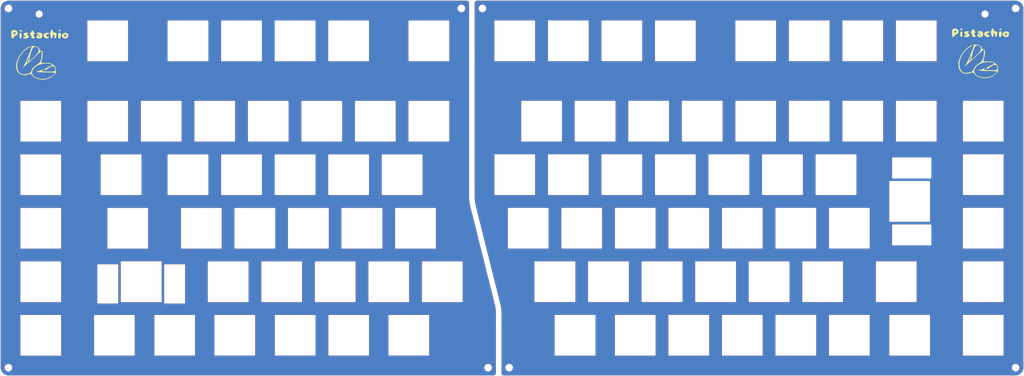
<source format=kicad_pcb>
(kicad_pcb (version 20171130) (host pcbnew "(5.1.9)-1")
  (layers (0 F.Cu signal hide) (31 B.Cu signal hide) (34 B.Paste user) (35 F.Paste user) (36 B.SilkS user) (37 F.SilkS user) (38 B.Mask user) (39 F.Mask user) (44 Edge.Cuts user))
  (net 0 "")
  (module Pistachio:Pistachio_logo (layer F.Cu) (at 368.808 40.64)
    (fp_text reference G*** hide)
    (fp_text value LOGO hide)
  )
  (module Pistachio:Pistachio_logo (layer F.Cu) (at 33.528 41.148)
    (fp_text reference G*** hide)
    (fp_text value LOGO hide)
  )
  (module Pistachio:Pistachio (layer F.Cu) (at 368.3 29.972)
    (fp_text reference G*** hide)
    (fp_text value LOGO hide)
  )
  (module Pistachio:Pistachio (layer F.Cu) (at 33.528 30.48)
    (fp_text reference G*** hide)
    (fp_text value LOGO hide)
  )
  (gr_line (start 53.460919 144.603329) (end 53.460919 130.603859) (layer Edge.Cuts) (width 0.01))
  (gr_line (start 350.448822 97.003429) (end 336.399293 97.003429) (layer Edge.Cuts) (width 0.01))
  (gr_line (start 336.399293 82.954452) (end 350.448822 82.954452) (layer Edge.Cuts) (width 0.01))
  (gr_line (start 345.687022 125.578429) (end 331.637493 125.578429) (layer Edge.Cuts) (width 0.01))
  (gr_line (start 150.805919 130.603859) (end 150.805919 144.603329) (layer Edge.Cuts) (width 0.01))
  (gr_line (start 376.643022 92.479452) (end 376.643022 106.528429) (layer Edge.Cuts) (width 0.01))
  (gr_line (start 136.805919 130.603859) (end 150.805919 130.603859) (layer Edge.Cuts) (width 0.01))
  (gr_line (start 158.235919 144.603329) (end 158.235919 130.603859) (layer Edge.Cuts) (width 0.01))
  (gr_line (start 350.448822 82.954452) (end 350.448822 97.003429) (layer Edge.Cuts) (width 0.01))
  (gr_line (start 350.448022 144.628329) (end 336.398493 144.628329) (layer Edge.Cuts) (width 0.01))
  (gr_line (start 231.386922 144.628329) (end 217.337393 144.628329) (layer Edge.Cuts) (width 0.01))
  (gr_line (start 336.398493 130.579352) (end 350.448022 130.579352) (layer Edge.Cuts) (width 0.01))
  (gr_line (start 136.805919 144.603329) (end 136.805919 130.603859) (layer Edge.Cuts) (width 0.01))
  (gr_line (start 271.868272 130.579352) (end 271.868272 144.628329) (layer Edge.Cuts) (width 0.01))
  (gr_line (start 53.460919 130.603859) (end 67.461719 130.603859) (layer Edge.Cuts) (width 0.01))
  (gr_line (start 158.235919 130.603859) (end 172.236919 130.603859) (layer Edge.Cuts) (width 0.01))
  (gr_line (start 336.399293 97.003429) (end 336.399293 82.954452) (layer Edge.Cuts) (width 0.01))
  (gr_line (start 74.893619 130.603859) (end 88.892919 130.603859) (layer Edge.Cuts) (width 0.01))
  (gr_line (start 150.805919 144.603329) (end 136.805919 144.603329) (layer Edge.Cuts) (width 0.01))
  (gr_line (start 376.643022 130.579352) (end 376.643022 144.628329) (layer Edge.Cuts) (width 0.01))
  (gr_line (start 376.643022 106.528429) (end 362.593493 106.528429) (layer Edge.Cuts) (width 0.01))
  (gr_line (start 350.923983 98.37904) (end 337.423983 98.37904) (layer Edge.Cuts) (width 0.01))
  (gr_line (start 290.918272 144.628329) (end 276.868743 144.628329) (layer Edge.Cuts) (width 0.01))
  (gr_line (start 362.593493 92.479452) (end 376.643022 92.479452) (layer Edge.Cuts) (width 0.01))
  (gr_line (start 172.236919 144.603329) (end 158.235919 144.603329) (layer Edge.Cuts) (width 0.01))
  (gr_line (start 376.643022 144.628329) (end 362.593493 144.628329) (layer Edge.Cuts) (width 0.01))
  (gr_line (start 257.818743 130.579352) (end 271.868272 130.579352) (layer Edge.Cuts) (width 0.01))
  (gr_line (start 252.818222 144.628329) (end 238.768693 144.628329) (layer Edge.Cuts) (width 0.01))
  (gr_circle (center 370.233483 23.30434) (end 371.233483 23.30434) (layer Edge.Cuts) (width 0.01))
  (gr_line (start 74.893619 144.603329) (end 74.893619 130.603859) (layer Edge.Cuts) (width 0.01))
  (gr_line (start 376.643022 125.578429) (end 362.593493 125.578429) (layer Edge.Cuts) (width 0.01))
  (gr_line (start 331.637493 125.578429) (end 331.637493 111.529452) (layer Edge.Cuts) (width 0.01))
  (gr_line (start 96.324919 130.603859) (end 110.324219 130.603859) (layer Edge.Cuts) (width 0.01))
  (gr_line (start 88.892919 144.603329) (end 74.893619 144.603329) (layer Edge.Cuts) (width 0.01))
  (gr_line (start 96.324919 144.603329) (end 96.324919 130.603859) (layer Edge.Cuts) (width 0.01))
  (gr_line (start 110.324219 144.603329) (end 96.324919 144.603329) (layer Edge.Cuts) (width 0.01))
  (gr_line (start 345.687022 111.529452) (end 345.687022 125.578429) (layer Edge.Cuts) (width 0.01))
  (gr_line (start 276.868743 130.579352) (end 290.918272 130.579352) (layer Edge.Cuts) (width 0.01))
  (gr_line (start 238.768693 144.628329) (end 238.768693 130.579352) (layer Edge.Cuts) (width 0.01))
  (gr_line (start 376.643022 111.529452) (end 376.643022 125.578429) (layer Edge.Cuts) (width 0.01))
  (gr_line (start 131.755919 144.603329) (end 117.756119 144.603329) (layer Edge.Cuts) (width 0.01))
  (gr_line (start 217.337393 144.628329) (end 217.337393 130.579352) (layer Edge.Cuts) (width 0.01))
  (gr_line (start 172.236919 130.603859) (end 172.236919 144.603329) (layer Edge.Cuts) (width 0.01))
  (gr_line (start 362.593493 144.628329) (end 362.593493 130.579352) (layer Edge.Cuts) (width 0.01))
  (gr_line (start 290.918272 130.579352) (end 290.918272 144.628329) (layer Edge.Cuts) (width 0.01))
  (gr_line (start 362.593493 130.579352) (end 376.643022 130.579352) (layer Edge.Cuts) (width 0.01))
  (gr_line (start 331.637493 111.529452) (end 345.687022 111.529452) (layer Edge.Cuts) (width 0.01))
  (gr_line (start 271.868272 144.628329) (end 257.818743 144.628329) (layer Edge.Cuts) (width 0.01))
  (gr_line (start 350.448022 130.579352) (end 350.448022 144.628329) (layer Edge.Cuts) (width 0.01))
  (gr_line (start 67.461719 144.603329) (end 53.460919 144.603329) (layer Edge.Cuts) (width 0.01))
  (gr_line (start 67.461719 130.603859) (end 67.461719 144.603329) (layer Edge.Cuts) (width 0.01))
  (gr_line (start 217.337393 130.579352) (end 231.386922 130.579352) (layer Edge.Cuts) (width 0.01))
  (gr_line (start 88.892919 130.603859) (end 88.892919 144.603329) (layer Edge.Cuts) (width 0.01))
  (gr_line (start 110.324219 130.603859) (end 110.324219 144.603329) (layer Edge.Cuts) (width 0.01))
  (gr_line (start 117.756119 144.603329) (end 117.756119 130.603859) (layer Edge.Cuts) (width 0.01))
  (gr_line (start 131.755919 130.603859) (end 131.755919 144.603329) (layer Edge.Cuts) (width 0.01))
  (gr_line (start 117.756119 130.603859) (end 131.755919 130.603859) (layer Edge.Cuts) (width 0.01))
  (gr_line (start 350.923983 81.57904) (end 337.423983 81.57904) (layer Edge.Cuts) (width 0.01))
  (gr_line (start 231.386922 130.579352) (end 231.386922 144.628329) (layer Edge.Cuts) (width 0.01))
  (gr_line (start 362.593493 125.578429) (end 362.593493 111.529452) (layer Edge.Cuts) (width 0.01))
  (gr_line (start 362.593493 111.529452) (end 376.643022 111.529452) (layer Edge.Cuts) (width 0.01))
  (gr_line (start 276.868743 144.628329) (end 276.868743 130.579352) (layer Edge.Cuts) (width 0.01))
  (gr_line (start 257.818743 144.628329) (end 257.818743 130.579352) (layer Edge.Cuts) (width 0.01))
  (gr_line (start 336.398493 144.628329) (end 336.398493 130.579352) (layer Edge.Cuts) (width 0.01))
  (gr_line (start 362.593493 106.528429) (end 362.593493 92.479452) (layer Edge.Cuts) (width 0.01))
  (gr_line (start 243.293272 111.529452) (end 243.293272 125.578429) (layer Edge.Cuts) (width 0.01))
  (gr_line (start 305.442343 125.578429) (end 305.442343 111.529452) (layer Edge.Cuts) (width 0.01))
  (gr_line (start 252.818232 106.528429) (end 238.768703 106.528429) (layer Edge.Cuts) (width 0.01))
  (gr_line (start 309.968272 144.628329) (end 295.918743 144.628329) (layer Edge.Cuts) (width 0.01))
  (gr_line (start 224.243222 111.529452) (end 224.243222 125.578429) (layer Edge.Cuts) (width 0.01))
  (gr_line (start 252.818232 92.479452) (end 252.818232 106.528429) (layer Edge.Cuts) (width 0.01))
  (gr_line (start 229.243743 125.578429) (end 229.243743 111.529452) (layer Edge.Cuts) (width 0.01))
  (gr_line (start 309.968272 130.579352) (end 309.968272 144.628329) (layer Edge.Cuts) (width 0.01))
  (gr_line (start 243.293272 125.578429) (end 229.243743 125.578429) (layer Edge.Cuts) (width 0.01))
  (gr_line (start 210.193693 125.578429) (end 210.193693 111.529452) (layer Edge.Cuts) (width 0.01))
  (gr_line (start 267.343743 125.578429) (end 267.343743 111.529452) (layer Edge.Cuts) (width 0.01))
  (gr_line (start 271.868232 92.479452) (end 271.868232 106.528429) (layer Edge.Cuts) (width 0.01))
  (gr_line (start 300.443272 125.578429) (end 286.393743 125.578429) (layer Edge.Cuts) (width 0.01))
  (gr_line (start 257.818703 106.528429) (end 257.818703 92.479452) (layer Edge.Cuts) (width 0.01))
  (gr_line (start 248.055722 87.478429) (end 234.006193 87.478429) (layer Edge.Cuts) (width 0.01))
  (gr_line (start 300.443272 111.529452) (end 300.443272 125.578429) (layer Edge.Cuts) (width 0.01))
  (gr_line (start 238.768693 130.579352) (end 252.818222 130.579352) (layer Edge.Cuts) (width 0.01))
  (gr_line (start 224.243222 125.578429) (end 210.193693 125.578429) (layer Edge.Cuts) (width 0.01))
  (gr_line (start 271.868232 106.528429) (end 257.818703 106.528429) (layer Edge.Cuts) (width 0.01))
  (gr_line (start 214.718182 106.528429) (end 200.668653 106.528429) (layer Edge.Cuts) (width 0.01))
  (gr_line (start 314.968743 144.628329) (end 314.968743 130.579352) (layer Edge.Cuts) (width 0.01))
  (gr_line (start 314.968743 130.579352) (end 329.018272 130.579352) (layer Edge.Cuts) (width 0.01))
  (gr_line (start 262.343272 111.529452) (end 262.343272 125.578429) (layer Edge.Cuts) (width 0.01))
  (gr_line (start 281.393272 125.578429) (end 267.343743 125.578429) (layer Edge.Cuts) (width 0.01))
  (gr_line (start 248.293743 111.529452) (end 262.343272 111.529452) (layer Edge.Cuts) (width 0.01))
  (gr_line (start 200.668653 106.528429) (end 200.668653 92.479452) (layer Edge.Cuts) (width 0.01))
  (gr_line (start 238.768703 92.479452) (end 252.818232 92.479452) (layer Edge.Cuts) (width 0.01))
  (gr_line (start 210.193693 111.529452) (end 224.243222 111.529452) (layer Edge.Cuts) (width 0.01))
  (gr_line (start 295.917303 92.479452) (end 309.966832 92.479452) (layer Edge.Cuts) (width 0.01))
  (gr_line (start 281.393272 111.529452) (end 281.393272 125.578429) (layer Edge.Cuts) (width 0.01))
  (gr_line (start 319.491872 111.529452) (end 319.491872 125.578429) (layer Edge.Cuts) (width 0.01))
  (gr_line (start 200.668653 92.479452) (end 214.718182 92.479452) (layer Edge.Cuts) (width 0.01))
  (gr_line (start 290.918232 106.528429) (end 276.868703 106.528429) (layer Edge.Cuts) (width 0.01))
  (gr_line (start 257.818703 92.479452) (end 271.868232 92.479452) (layer Edge.Cuts) (width 0.01))
  (gr_line (start 329.016532 106.528429) (end 314.967003 106.528429) (layer Edge.Cuts) (width 0.01))
  (gr_line (start 219.718703 92.479452) (end 233.768232 92.479452) (layer Edge.Cuts) (width 0.01))
  (gr_line (start 314.967003 92.479452) (end 329.016532 92.479452) (layer Edge.Cuts) (width 0.01))
  (gr_line (start 234.006193 87.478429) (end 234.006193 73.429452) (layer Edge.Cuts) (width 0.01))
  (gr_line (start 276.868703 92.479452) (end 290.918232 92.479452) (layer Edge.Cuts) (width 0.01))
  (gr_line (start 295.918743 144.628329) (end 295.918743 130.579352) (layer Edge.Cuts) (width 0.01))
  (gr_line (start 248.293743 125.578429) (end 248.293743 111.529452) (layer Edge.Cuts) (width 0.01))
  (gr_line (start 219.718703 106.528429) (end 219.718703 92.479452) (layer Edge.Cuts) (width 0.01))
  (gr_line (start 262.343272 125.578429) (end 248.293743 125.578429) (layer Edge.Cuts) (width 0.01))
  (gr_line (start 229.243743 111.529452) (end 243.293272 111.529452) (layer Edge.Cuts) (width 0.01))
  (gr_line (start 319.491872 125.578429) (end 305.442343 125.578429) (layer Edge.Cuts) (width 0.01))
  (gr_line (start 233.768232 92.479452) (end 233.768232 106.528429) (layer Edge.Cuts) (width 0.01))
  (gr_line (start 286.393743 111.529452) (end 300.443272 111.529452) (layer Edge.Cuts) (width 0.01))
  (gr_line (start 267.343743 111.529452) (end 281.393272 111.529452) (layer Edge.Cuts) (width 0.01))
  (gr_line (start 238.768703 106.528429) (end 238.768703 92.479452) (layer Edge.Cuts) (width 0.01))
  (gr_line (start 314.967003 106.528429) (end 314.967003 92.479452) (layer Edge.Cuts) (width 0.01))
  (gr_line (start 233.768232 106.528429) (end 219.718703 106.528429) (layer Edge.Cuts) (width 0.01))
  (gr_line (start 309.966832 106.528429) (end 295.917303 106.528429) (layer Edge.Cuts) (width 0.01))
  (gr_line (start 214.718182 92.479452) (end 214.718182 106.528429) (layer Edge.Cuts) (width 0.01))
  (gr_line (start 290.918232 92.479452) (end 290.918232 106.528429) (layer Edge.Cuts) (width 0.01))
  (gr_line (start 329.016532 92.479452) (end 329.016532 106.528429) (layer Edge.Cuts) (width 0.01))
  (gr_line (start 309.966832 92.479452) (end 309.966832 106.528429) (layer Edge.Cuts) (width 0.01))
  (gr_line (start 276.868703 106.528429) (end 276.868703 92.479452) (layer Edge.Cuts) (width 0.01))
  (gr_line (start 286.393743 125.578429) (end 286.393743 111.529452) (layer Edge.Cuts) (width 0.01))
  (gr_line (start 305.442343 111.529452) (end 319.491872 111.529452) (layer Edge.Cuts) (width 0.01))
  (gr_line (start 252.818222 130.579352) (end 252.818222 144.628329) (layer Edge.Cuts) (width 0.01))
  (gr_line (start 329.018272 144.628329) (end 314.968743 144.628329) (layer Edge.Cuts) (width 0.01))
  (gr_line (start 329.018272 130.579352) (end 329.018272 144.628329) (layer Edge.Cuts) (width 0.01))
  (gr_line (start 295.918743 130.579352) (end 309.968272 130.579352) (layer Edge.Cuts) (width 0.01))
  (gr_line (start 295.917303 106.528429) (end 295.917303 92.479452) (layer Edge.Cuts) (width 0.01))
  (gr_line (start 272.106193 87.478429) (end 272.106193 73.429452) (layer Edge.Cuts) (width 0.01))
  (gr_line (start 267.105722 73.429452) (end 267.105722 87.478429) (layer Edge.Cuts) (width 0.01))
  (gr_line (start 295.680722 68.428429) (end 281.631193 68.428429) (layer Edge.Cuts) (width 0.01))
  (gr_line (start 229.005722 87.478429) (end 214.956193 87.478429) (layer Edge.Cuts) (width 0.01))
  (gr_line (start 305.204322 73.429452) (end 305.204322 87.478429) (layer Edge.Cuts) (width 0.01))
  (gr_line (start 253.056193 87.478429) (end 253.056193 73.429452) (layer Edge.Cuts) (width 0.01))
  (gr_line (start 262.581193 54.379452) (end 276.630722 54.379452) (layer Edge.Cuts) (width 0.01))
  (gr_line (start 229.005722 73.429452) (end 229.005722 87.478429) (layer Edge.Cuts) (width 0.01))
  (gr_line (start 219.480722 68.428429) (end 205.431193 68.428429) (layer Edge.Cuts) (width 0.01))
  (gr_line (start 310.204493 87.478429) (end 310.204493 73.429452) (layer Edge.Cuts) (width 0.01))
  (gr_line (start 352.831022 68.428429) (end 338.781493 68.428429) (layer Edge.Cuts) (width 0.01))
  (gr_line (start 291.154793 73.429452) (end 305.204322 73.429452) (layer Edge.Cuts) (width 0.01))
  (gr_line (start 286.155722 73.429452) (end 286.155722 87.478429) (layer Edge.Cuts) (width 0.01))
  (gr_line (start 272.106193 73.429452) (end 286.155722 73.429452) (layer Edge.Cuts) (width 0.01))
  (gr_line (start 262.581193 68.428429) (end 262.581193 54.379452) (layer Edge.Cuts) (width 0.01))
  (gr_line (start 376.643022 68.428429) (end 362.593493 68.428429) (layer Edge.Cuts) (width 0.01))
  (gr_line (start 243.531193 54.379452) (end 257.580722 54.379452) (layer Edge.Cuts) (width 0.01))
  (gr_line (start 376.643022 87.478429) (end 362.593493 87.478429) (layer Edge.Cuts) (width 0.01))
  (gr_line (start 281.631193 68.428429) (end 281.631193 54.379452) (layer Edge.Cuts) (width 0.01))
  (gr_line (start 257.580722 54.379452) (end 257.580722 68.428429) (layer Edge.Cuts) (width 0.01))
  (gr_line (start 195.906143 87.478429) (end 195.906143 73.429452) (layer Edge.Cuts) (width 0.01))
  (gr_line (start 300.681493 54.379452) (end 314.731022 54.379452) (layer Edge.Cuts) (width 0.01))
  (gr_line (start 362.593493 87.478429) (end 362.593493 73.429452) (layer Edge.Cuts) (width 0.01))
  (gr_line (start 209.955672 87.478429) (end 195.906143 87.478429) (layer Edge.Cuts) (width 0.01))
  (gr_line (start 219.480722 54.379452) (end 219.480722 68.428429) (layer Edge.Cuts) (width 0.01))
  (gr_line (start 291.154793 87.478429) (end 291.154793 73.429452) (layer Edge.Cuts) (width 0.01))
  (gr_line (start 305.204322 87.478429) (end 291.154793 87.478429) (layer Edge.Cuts) (width 0.01))
  (gr_line (start 267.105722 87.478429) (end 253.056193 87.478429) (layer Edge.Cuts) (width 0.01))
  (gr_line (start 300.681493 68.428429) (end 300.681493 54.379452) (layer Edge.Cuts) (width 0.01))
  (gr_line (start 314.731022 68.428429) (end 300.681493 68.428429) (layer Edge.Cuts) (width 0.01))
  (gr_line (start 333.781022 54.379452) (end 333.781022 68.428429) (layer Edge.Cuts) (width 0.01))
  (gr_line (start 333.781022 68.428429) (end 319.731493 68.428429) (layer Edge.Cuts) (width 0.01))
  (gr_line (start 338.781493 68.428429) (end 338.781493 54.379452) (layer Edge.Cuts) (width 0.01))
  (gr_line (start 295.680722 54.379452) (end 295.680722 68.428429) (layer Edge.Cuts) (width 0.01))
  (gr_line (start 338.781493 54.379452) (end 352.831022 54.379452) (layer Edge.Cuts) (width 0.01))
  (gr_line (start 243.531193 68.428429) (end 243.531193 54.379452) (layer Edge.Cuts) (width 0.01))
  (gr_line (start 319.731493 68.428429) (end 319.731493 54.379452) (layer Edge.Cuts) (width 0.01))
  (gr_line (start 319.731493 54.379452) (end 333.781022 54.379452) (layer Edge.Cuts) (width 0.01))
  (gr_line (start 276.630722 68.428429) (end 262.581193 68.428429) (layer Edge.Cuts) (width 0.01))
  (gr_line (start 234.006193 73.429452) (end 248.055722 73.429452) (layer Edge.Cuts) (width 0.01))
  (gr_line (start 214.956193 73.429452) (end 229.005722 73.429452) (layer Edge.Cuts) (width 0.01))
  (gr_line (start 352.831022 54.379452) (end 352.831022 68.428429) (layer Edge.Cuts) (width 0.01))
  (gr_line (start 362.593493 68.428429) (end 362.593493 54.379452) (layer Edge.Cuts) (width 0.01))
  (gr_line (start 209.955672 73.429452) (end 209.955672 87.478429) (layer Edge.Cuts) (width 0.01))
  (gr_line (start 205.431193 68.428429) (end 205.431193 54.379452) (layer Edge.Cuts) (width 0.01))
  (gr_line (start 314.731022 54.379452) (end 314.731022 68.428429) (layer Edge.Cuts) (width 0.01))
  (gr_line (start 205.431193 54.379452) (end 219.480722 54.379452) (layer Edge.Cuts) (width 0.01))
  (gr_line (start 224.481193 68.428429) (end 224.481193 54.379452) (layer Edge.Cuts) (width 0.01))
  (gr_line (start 238.530722 68.428429) (end 224.481193 68.428429) (layer Edge.Cuts) (width 0.01))
  (gr_line (start 324.254022 73.429452) (end 324.254022 87.478429) (layer Edge.Cuts) (width 0.01))
  (gr_line (start 362.593493 73.429452) (end 376.643022 73.429452) (layer Edge.Cuts) (width 0.01))
  (gr_line (start 310.204493 73.429452) (end 324.254022 73.429452) (layer Edge.Cuts) (width 0.01))
  (gr_line (start 281.631193 54.379452) (end 295.680722 54.379452) (layer Edge.Cuts) (width 0.01))
  (gr_line (start 376.643022 73.429452) (end 376.643022 87.478429) (layer Edge.Cuts) (width 0.01))
  (gr_line (start 253.056193 73.429452) (end 267.105722 73.429452) (layer Edge.Cuts) (width 0.01))
  (gr_line (start 238.530722 54.379452) (end 238.530722 68.428429) (layer Edge.Cuts) (width 0.01))
  (gr_line (start 224.481193 54.379452) (end 238.530722 54.379452) (layer Edge.Cuts) (width 0.01))
  (gr_line (start 286.155722 87.478429) (end 272.106193 87.478429) (layer Edge.Cuts) (width 0.01))
  (gr_line (start 257.580722 68.428429) (end 243.531193 68.428429) (layer Edge.Cuts) (width 0.01))
  (gr_line (start 248.055722 73.429452) (end 248.055722 87.478429) (layer Edge.Cuts) (width 0.01))
  (gr_line (start 276.630722 54.379452) (end 276.630722 68.428429) (layer Edge.Cuts) (width 0.01))
  (gr_line (start 214.956193 87.478429) (end 214.956193 73.429452) (layer Edge.Cuts) (width 0.01))
  (gr_line (start 195.906143 73.429452) (end 209.955672 73.429452) (layer Edge.Cuts) (width 0.01))
  (gr_line (start 324.254022 87.478429) (end 310.204493 87.478429) (layer Edge.Cuts) (width 0.01))
  (gr_line (start 352.831022 25.804852) (end 352.831022 39.853829) (layer Edge.Cuts) (width 0.01))
  (gr_line (start 267.105722 39.853829) (end 253.056193 39.853829) (layer Edge.Cuts) (width 0.01))
  (gr_line (start 350.923983 98.37904) (end 350.923983 105.37904) (layer Edge.Cuts) (width 0.01))
  (gr_circle (center 33.653333 23.30434) (end 34.653333 23.30434) (layer Edge.Cuts) (width 0.01))
  (gr_line (start 338.781493 25.804852) (end 352.831022 25.804852) (layer Edge.Cuts) (width 0.01))
  (gr_line (start 319.731493 39.853829) (end 319.731493 25.804852) (layer Edge.Cuts) (width 0.01))
  (gr_line (start 281.631193 39.853829) (end 281.631193 25.804852) (layer Edge.Cuts) (width 0.01))
  (gr_line (start 253.056193 25.804852) (end 267.105722 25.804852) (layer Edge.Cuts) (width 0.01))
  (gr_line (start 195.906143 39.853829) (end 195.906143 25.804852) (layer Edge.Cuts) (width 0.01))
  (gr_line (start 79.606119 39.878359) (end 79.606119 25.829359) (layer Edge.Cuts) (width 0.01))
  (gr_line (start 229.005722 25.804852) (end 229.005722 39.853829) (layer Edge.Cuts) (width 0.01))
  (gr_line (start 98.656119 39.878359) (end 98.656119 25.829359) (layer Edge.Cuts) (width 0.01))
  (gr_line (start 209.955672 25.804852) (end 209.955672 39.853829) (layer Edge.Cuts) (width 0.01))
  (gr_line (start 319.731493 25.804852) (end 333.781022 25.804852) (layer Edge.Cuts) (width 0.01))
  (gr_line (start 350.923983 74.57904) (end 337.423983 74.57904) (layer Edge.Cuts) (width 0.01))
  (gr_line (start 93.655419 39.878359) (end 79.606119 39.878359) (layer Edge.Cuts) (width 0.01))
  (gr_line (start 337.423983 74.57904) (end 337.423983 81.57904) (layer Edge.Cuts) (width 0.01))
  (gr_line (start 51.031119 25.829359) (end 65.080419 25.829359) (layer Edge.Cuts) (width 0.01))
  (gr_line (start 79.606119 25.829359) (end 93.655419 25.829359) (layer Edge.Cuts) (width 0.01))
  (gr_line (start 77.035296 111.504382) (end 77.035296 125.603359) (layer Edge.Cuts) (width 0.01))
  (gr_line (start 61.585658 126.05407) (end 61.585658 112.55407) (layer Edge.Cuts) (width 0.01))
  (gr_line (start 295.680722 25.804852) (end 295.680722 39.853829) (layer Edge.Cuts) (width 0.01))
  (gr_line (start 352.831022 39.853829) (end 338.781493 39.853829) (layer Edge.Cuts) (width 0.01))
  (gr_line (start 234.006193 39.853829) (end 234.006193 25.804852) (layer Edge.Cuts) (width 0.01))
  (gr_line (start 281.631193 25.804852) (end 295.680722 25.804852) (layer Edge.Cuts) (width 0.01))
  (gr_line (start 350.923983 74.57904) (end 350.923983 81.57904) (layer Edge.Cuts) (width 0.01))
  (gr_line (start 197.930845 130.629075) (end 197.930845 129.310226) (layer Edge.Cuts) (width 0.01))
  (gr_line (start 78.385658 126.05407) (end 78.385658 112.55407) (layer Edge.Cuts) (width 0.01))
  (gr_line (start 65.080419 25.829359) (end 65.080419 39.878359) (layer Edge.Cuts) (width 0.01))
  (gr_line (start 333.781022 39.853829) (end 319.731493 39.853829) (layer Edge.Cuts) (width 0.01))
  (gr_line (start 333.781022 25.804852) (end 333.781022 39.853829) (layer Edge.Cuts) (width 0.01))
  (gr_line (start 314.731022 25.804852) (end 314.731022 39.853829) (layer Edge.Cuts) (width 0.01))
  (gr_line (start 337.423983 98.37904) (end 337.423983 105.37904) (layer Edge.Cuts) (width 0.01))
  (gr_line (start 300.681493 25.804852) (end 314.731022 25.804852) (layer Edge.Cuts) (width 0.01))
  (gr_line (start 350.923983 105.37904) (end 337.423983 105.37904) (layer Edge.Cuts) (width 0.01))
  (gr_line (start 209.955672 39.853829) (end 195.906143 39.853829) (layer Edge.Cuts) (width 0.01))
  (gr_line (start 214.956193 25.804852) (end 229.005722 25.804852) (layer Edge.Cuts) (width 0.01))
  (gr_line (start 93.655419 25.829359) (end 93.655419 39.878359) (layer Edge.Cuts) (width 0.01))
  (gr_line (start 338.781493 39.853829) (end 338.781493 25.804852) (layer Edge.Cuts) (width 0.01))
  (gr_line (start 300.681493 39.853829) (end 300.681493 25.804852) (layer Edge.Cuts) (width 0.01))
  (gr_line (start 314.731022 39.853829) (end 300.681493 39.853829) (layer Edge.Cuts) (width 0.01))
  (gr_line (start 295.680722 39.853829) (end 281.631193 39.853829) (layer Edge.Cuts) (width 0.01))
  (gr_line (start 195.906143 25.804852) (end 209.955672 25.804852) (layer Edge.Cuts) (width 0.01))
  (gr_line (start 62.936019 125.603359) (end 62.936019 111.504382) (layer Edge.Cuts) (width 0.01))
  (gr_line (start 253.056193 39.853829) (end 253.056193 25.804852) (layer Edge.Cuts) (width 0.01))
  (gr_line (start 267.105722 25.804852) (end 267.105722 39.853829) (layer Edge.Cuts) (width 0.01))
  (gr_line (start 248.055722 39.853829) (end 234.006193 39.853829) (layer Edge.Cuts) (width 0.01))
  (gr_line (start 65.080419 39.878359) (end 51.031119 39.878359) (layer Edge.Cuts) (width 0.01))
  (gr_line (start 248.055722 25.804852) (end 248.055722 39.853829) (layer Edge.Cuts) (width 0.01))
  (gr_line (start 234.006193 25.804852) (end 248.055722 25.804852) (layer Edge.Cuts) (width 0.01))
  (gr_line (start 214.956193 39.853829) (end 214.956193 25.804852) (layer Edge.Cuts) (width 0.01))
  (gr_line (start 229.005722 39.853829) (end 214.956193 39.853829) (layer Edge.Cuts) (width 0.01))
  (gr_line (start 62.936019 111.504382) (end 77.035296 111.504382) (layer Edge.Cuts) (width 0.01))
  (gr_line (start 51.031119 39.878359) (end 51.031119 25.829359) (layer Edge.Cuts) (width 0.01))
  (gr_line (start 376.643022 54.379452) (end 376.643022 68.428429) (layer Edge.Cuts) (width 0.01))
  (gr_line (start 77.035296 125.603359) (end 62.936019 125.603359) (layer Edge.Cuts) (width 0.01))
  (gr_line (start 362.593493 54.379452) (end 376.643022 54.379452) (layer Edge.Cuts) (width 0.01))
  (gr_line (start 150.805919 25.829359) (end 150.805919 39.878359) (layer Edge.Cuts) (width 0.01))
  (gr_line (start 117.706119 25.829359) (end 131.755919 25.829359) (layer Edge.Cuts) (width 0.01))
  (gr_line (start 112.705419 87.503159) (end 98.656119 87.503159) (layer Edge.Cuts) (width 0.01))
  (gr_line (start 179.380919 25.829359) (end 179.380919 39.878359) (layer Edge.Cuts) (width 0.01))
  (gr_line (start 27.218569 68.453159) (end 27.218569 54.403959) (layer Edge.Cuts) (width 0.01))
  (gr_line (start 70.081119 54.403959) (end 84.130419 54.403959) (layer Edge.Cuts) (width 0.01))
  (gr_line (start 131.755919 39.878359) (end 117.706119 39.878359) (layer Edge.Cuts) (width 0.01))
  (gr_line (start 131.755919 25.829359) (end 131.755919 39.878359) (layer Edge.Cuts) (width 0.01))
  (gr_line (start 136.755919 39.878359) (end 136.755919 25.829359) (layer Edge.Cuts) (width 0.01))
  (gr_line (start 117.706119 87.503159) (end 117.706119 73.453959) (layer Edge.Cuts) (width 0.01))
  (gr_line (start 41.268119 54.403959) (end 41.268119 68.453159) (layer Edge.Cuts) (width 0.01))
  (gr_line (start 27.218569 73.453959) (end 41.268119 73.453959) (layer Edge.Cuts) (width 0.01))
  (gr_line (start 79.606119 73.453959) (end 93.655419 73.453959) (layer Edge.Cuts) (width 0.01))
  (gr_line (start 179.380919 54.403959) (end 179.380919 68.453159) (layer Edge.Cuts) (width 0.01))
  (gr_line (start 55.793619 87.503159) (end 55.793619 73.453959) (layer Edge.Cuts) (width 0.01))
  (gr_line (start 41.268119 68.453159) (end 27.218569 68.453159) (layer Edge.Cuts) (width 0.01))
  (gr_line (start 136.755919 25.829359) (end 150.805919 25.829359) (layer Edge.Cuts) (width 0.01))
  (gr_line (start 165.330919 39.878359) (end 165.330919 25.829359) (layer Edge.Cuts) (width 0.01))
  (gr_line (start 27.218569 87.503159) (end 27.218569 73.453959) (layer Edge.Cuts) (width 0.01))
  (gr_line (start 108.181119 68.453159) (end 108.181119 54.403959) (layer Edge.Cuts) (width 0.01))
  (gr_line (start 146.280919 68.453159) (end 146.280919 54.403959) (layer Edge.Cuts) (width 0.01))
  (gr_line (start 150.805919 39.878359) (end 136.755919 39.878359) (layer Edge.Cuts) (width 0.01))
  (gr_line (start 65.080419 54.403959) (end 65.080419 68.453159) (layer Edge.Cuts) (width 0.01))
  (gr_line (start 93.655419 73.453959) (end 93.655419 87.503159) (layer Edge.Cuts) (width 0.01))
  (gr_line (start 103.180419 54.403959) (end 103.180419 68.453159) (layer Edge.Cuts) (width 0.01))
  (gr_line (start 146.280919 54.403959) (end 160.330919 54.403959) (layer Edge.Cuts) (width 0.01))
  (gr_line (start 84.130419 68.453159) (end 70.081119 68.453159) (layer Edge.Cuts) (width 0.01))
  (gr_line (start 98.656119 87.503159) (end 98.656119 73.453959) (layer Edge.Cuts) (width 0.01))
  (gr_line (start 160.330919 68.453159) (end 146.280919 68.453159) (layer Edge.Cuts) (width 0.01))
  (gr_line (start 122.230419 68.453159) (end 108.181119 68.453159) (layer Edge.Cuts) (width 0.01))
  (gr_line (start 127.230919 68.453159) (end 127.230919 54.403959) (layer Edge.Cuts) (width 0.01))
  (gr_line (start 141.280919 54.403959) (end 141.280919 68.453159) (layer Edge.Cuts) (width 0.01))
  (gr_line (start 165.330919 68.453159) (end 165.330919 54.403959) (layer Edge.Cuts) (width 0.01))
  (gr_line (start 41.268119 87.503159) (end 27.218569 87.503159) (layer Edge.Cuts) (width 0.01))
  (gr_line (start 69.842919 73.453959) (end 69.842919 87.503159) (layer Edge.Cuts) (width 0.01))
  (gr_line (start 103.180419 68.453159) (end 89.131119 68.453159) (layer Edge.Cuts) (width 0.01))
  (gr_line (start 179.380919 68.453159) (end 165.330919 68.453159) (layer Edge.Cuts) (width 0.01))
  (gr_line (start 41.268119 73.453959) (end 41.268119 87.503159) (layer Edge.Cuts) (width 0.01))
  (gr_line (start 79.606119 87.503159) (end 79.606119 73.453959) (layer Edge.Cuts) (width 0.01))
  (gr_line (start 165.330919 25.829359) (end 179.380919 25.829359) (layer Edge.Cuts) (width 0.01))
  (gr_line (start 179.380919 39.878359) (end 165.330919 39.878359) (layer Edge.Cuts) (width 0.01))
  (gr_line (start 84.130419 54.403959) (end 84.130419 68.453159) (layer Edge.Cuts) (width 0.01))
  (gr_line (start 51.031119 54.403959) (end 65.080419 54.403959) (layer Edge.Cuts) (width 0.01))
  (gr_line (start 27.218569 54.403959) (end 41.268119 54.403959) (layer Edge.Cuts) (width 0.01))
  (gr_line (start 51.031119 68.453159) (end 51.031119 54.403959) (layer Edge.Cuts) (width 0.01))
  (gr_line (start 89.131119 54.403959) (end 103.180419 54.403959) (layer Edge.Cuts) (width 0.01))
  (gr_line (start 70.081119 68.453159) (end 70.081119 54.403959) (layer Edge.Cuts) (width 0.01))
  (gr_line (start 89.131119 68.453159) (end 89.131119 54.403959) (layer Edge.Cuts) (width 0.01))
  (gr_line (start 108.181119 54.403959) (end 122.230419 54.403959) (layer Edge.Cuts) (width 0.01))
  (gr_line (start 122.230419 54.403959) (end 122.230419 68.453159) (layer Edge.Cuts) (width 0.01))
  (gr_line (start 127.230919 54.403959) (end 141.280919 54.403959) (layer Edge.Cuts) (width 0.01))
  (gr_line (start 98.656119 73.453959) (end 112.705419 73.453959) (layer Edge.Cuts) (width 0.01))
  (gr_line (start 165.330919 54.403959) (end 179.380919 54.403959) (layer Edge.Cuts) (width 0.01))
  (gr_line (start 69.842919 87.503159) (end 55.793619 87.503159) (layer Edge.Cuts) (width 0.01))
  (gr_line (start 160.330919 54.403959) (end 160.330919 68.453159) (layer Edge.Cuts) (width 0.01))
  (gr_line (start 112.705419 73.453959) (end 112.705419 87.503159) (layer Edge.Cuts) (width 0.01))
  (gr_line (start 93.655419 87.503159) (end 79.606119 87.503159) (layer Edge.Cuts) (width 0.01))
  (gr_line (start 98.656119 25.829359) (end 112.705419 25.829359) (layer Edge.Cuts) (width 0.01))
  (gr_line (start 141.280919 68.453159) (end 127.230919 68.453159) (layer Edge.Cuts) (width 0.01))
  (gr_line (start 112.705419 39.878359) (end 98.656119 39.878359) (layer Edge.Cuts) (width 0.01))
  (gr_line (start 55.793619 73.453959) (end 69.842919 73.453959) (layer Edge.Cuts) (width 0.01))
  (gr_line (start 65.080419 68.453159) (end 51.031119 68.453159) (layer Edge.Cuts) (width 0.01))
  (gr_line (start 112.705419 25.829359) (end 112.705419 39.878359) (layer Edge.Cuts) (width 0.01))
  (gr_line (start 117.706119 39.878359) (end 117.706119 25.829359) (layer Edge.Cuts) (width 0.01))
  (gr_line (start 150.805919 73.453959) (end 150.805919 87.503159) (layer Edge.Cuts) (width 0.01))
  (gr_line (start 41.268119 92.503959) (end 41.268119 106.553159) (layer Edge.Cuts) (width 0.01))
  (gr_line (start 136.517919 92.503959) (end 136.517919 106.553159) (layer Edge.Cuts) (width 0.01))
  (gr_line (start 103.418619 106.553159) (end 103.418619 92.503959) (layer Edge.Cuts) (width 0.01))
  (gr_line (start 155.805919 87.503159) (end 155.805919 73.453959) (layer Edge.Cuts) (width 0.01))
  (gr_line (start 155.567919 92.503959) (end 155.567919 106.553159) (layer Edge.Cuts) (width 0.01))
  (gr_line (start 160.568919 92.503959) (end 174.617919 92.503959) (layer Edge.Cuts) (width 0.01))
  (gr_line (start 174.617919 92.503959) (end 174.617919 106.553159) (layer Edge.Cuts) (width 0.01))
  (gr_line (start 112.943619 125.603359) (end 112.943619 111.553959) (layer Edge.Cuts) (width 0.01))
  (gr_line (start 146.042919 111.553959) (end 146.042919 125.603359) (layer Edge.Cuts) (width 0.01))
  (gr_line (start 165.092919 111.553959) (end 165.092919 125.603359) (layer Edge.Cuts) (width 0.01))
  (gr_line (start 151.043919 125.603359) (end 151.043919 111.553959) (layer Edge.Cuts) (width 0.01))
  (gr_line (start 170.093919 125.603359) (end 170.093919 111.553959) (layer Edge.Cuts) (width 0.01))
  (gr_line (start 117.706119 73.453959) (end 131.755919 73.453959) (layer Edge.Cuts) (width 0.01))
  (gr_line (start 169.855919 87.503159) (end 155.805919 87.503159) (layer Edge.Cuts) (width 0.01))
  (gr_line (start 131.755919 87.503159) (end 117.706119 87.503159) (layer Edge.Cuts) (width 0.01))
  (gr_line (start 131.755919 73.453959) (end 131.755919 87.503159) (layer Edge.Cuts) (width 0.01))
  (gr_line (start 27.218569 106.553159) (end 27.218569 92.503959) (layer Edge.Cuts) (width 0.01))
  (gr_line (start 27.218569 92.503959) (end 41.268119 92.503959) (layer Edge.Cuts) (width 0.01))
  (gr_line (start 122.468619 106.553159) (end 122.468619 92.503959) (layer Edge.Cuts) (width 0.01))
  (gr_line (start 84.368619 92.503959) (end 98.417919 92.503959) (layer Edge.Cuts) (width 0.01))
  (gr_line (start 41.268119 111.553959) (end 41.268119 125.603359) (layer Edge.Cuts) (width 0.01))
  (gr_line (start 98.417919 92.503959) (end 98.417919 106.553159) (layer Edge.Cuts) (width 0.01))
  (gr_line (start 155.805919 73.453959) (end 169.855919 73.453959) (layer Edge.Cuts) (width 0.01))
  (gr_line (start 112.943619 111.553959) (end 126.992919 111.553959) (layer Edge.Cuts) (width 0.01))
  (gr_line (start 126.992919 111.553959) (end 126.992919 125.603359) (layer Edge.Cuts) (width 0.01))
  (gr_line (start 27.218569 144.653329) (end 27.218569 130.603859) (layer Edge.Cuts) (width 0.01))
  (gr_line (start 41.268119 106.553159) (end 27.218569 106.553159) (layer Edge.Cuts) (width 0.01))
  (gr_line (start 58.174819 106.553159) (end 58.174819 92.503959) (layer Edge.Cuts) (width 0.01))
  (gr_line (start 72.224219 106.553159) (end 58.174819 106.553159) (layer Edge.Cuts) (width 0.01))
  (gr_line (start 136.517919 106.553159) (end 122.468619 106.553159) (layer Edge.Cuts) (width 0.01))
  (gr_line (start 84.368619 106.553159) (end 84.368619 92.503959) (layer Edge.Cuts) (width 0.01))
  (gr_line (start 131.993919 125.603359) (end 131.993919 111.553959) (layer Edge.Cuts) (width 0.01))
  (gr_line (start 58.174819 92.503959) (end 72.224219 92.503959) (layer Edge.Cuts) (width 0.01))
  (gr_line (start 141.518919 106.553159) (end 141.518919 92.503959) (layer Edge.Cuts) (width 0.01))
  (gr_line (start 93.893619 111.553959) (end 107.942919 111.553959) (layer Edge.Cuts) (width 0.01))
  (gr_line (start 146.042919 125.603359) (end 131.993919 125.603359) (layer Edge.Cuts) (width 0.01))
  (gr_line (start 126.992919 125.603359) (end 112.943619 125.603359) (layer Edge.Cuts) (width 0.01))
  (gr_line (start 72.224219 92.503959) (end 72.224219 106.553159) (layer Edge.Cuts) (width 0.01))
  (gr_line (start 174.617919 106.553159) (end 160.568919 106.553159) (layer Edge.Cuts) (width 0.01))
  (gr_line (start 131.993919 111.553959) (end 146.042919 111.553959) (layer Edge.Cuts) (width 0.01))
  (gr_line (start 136.755919 87.503159) (end 136.755919 73.453959) (layer Edge.Cuts) (width 0.01))
  (gr_line (start 136.755919 73.453959) (end 150.805919 73.453959) (layer Edge.Cuts) (width 0.01))
  (gr_line (start 93.893619 125.603359) (end 93.893619 111.553959) (layer Edge.Cuts) (width 0.01))
  (gr_line (start 169.855919 73.453959) (end 169.855919 87.503159) (layer Edge.Cuts) (width 0.01))
  (gr_line (start 141.518919 92.503959) (end 155.567919 92.503959) (layer Edge.Cuts) (width 0.01))
  (gr_line (start 107.942919 111.553959) (end 107.942919 125.603359) (layer Edge.Cuts) (width 0.01))
  (gr_line (start 160.568919 106.553159) (end 160.568919 92.503959) (layer Edge.Cuts) (width 0.01))
  (gr_line (start 98.417919 106.553159) (end 84.368619 106.553159) (layer Edge.Cuts) (width 0.01))
  (gr_line (start 27.218569 111.553959) (end 41.268119 111.553959) (layer Edge.Cuts) (width 0.01))
  (gr_line (start 184.142919 125.603359) (end 170.093919 125.603359) (layer Edge.Cuts) (width 0.01))
  (gr_line (start 151.043919 111.553959) (end 165.092919 111.553959) (layer Edge.Cuts) (width 0.01))
  (gr_line (start 122.468619 92.503959) (end 136.517919 92.503959) (layer Edge.Cuts) (width 0.01))
  (gr_line (start 184.142919 111.553959) (end 184.142919 125.603359) (layer Edge.Cuts) (width 0.01))
  (gr_line (start 150.805919 87.503159) (end 136.755919 87.503159) (layer Edge.Cuts) (width 0.01))
  (gr_line (start 103.418619 92.503959) (end 117.467919 92.503959) (layer Edge.Cuts) (width 0.01))
  (gr_line (start 117.467919 106.553159) (end 103.418619 106.553159) (layer Edge.Cuts) (width 0.01))
  (gr_line (start 27.218569 125.603359) (end 27.218569 111.553959) (layer Edge.Cuts) (width 0.01))
  (gr_line (start 165.092919 125.603359) (end 151.043919 125.603359) (layer Edge.Cuts) (width 0.01))
  (gr_line (start 117.467919 92.503959) (end 117.467919 106.553159) (layer Edge.Cuts) (width 0.01))
  (gr_line (start 41.268119 125.603359) (end 27.218569 125.603359) (layer Edge.Cuts) (width 0.01))
  (gr_line (start 107.942919 125.603359) (end 93.893619 125.603359) (layer Edge.Cuts) (width 0.01))
  (gr_line (start 155.567919 106.553159) (end 141.518919 106.553159) (layer Edge.Cuts) (width 0.01))
  (gr_line (start 170.093919 111.553959) (end 184.142919 111.553959) (layer Edge.Cuts) (width 0.01))
  (gr_arc (start 187.6552 83.716708) (end 186.9052 83.716708) (angle -90) (layer Edge.Cuts) (width 0.01))
  (gr_line (start 22.743333 18.30434) (end 185.9052 18.30434) (layer Edge.Cuts) (width 0.01))
  (gr_arc (start 197.180845 130.629075) (end 197.180845 131.379075) (angle -90) (layer Edge.Cuts) (width 0.01))
  (gr_line (start 186.9052 86.716708) (end 186.9052 88.747905) (layer Edge.Cuts) (width 0.01))
  (gr_circle (center 193.430845 149.129075) (end 194.530845 149.129075) (layer Edge.Cuts) (width 0.01))
  (gr_arc (start 195.430845 151.129075) (end 195.430845 152.129075) (angle -90) (layer Edge.Cuts) (width 0.01))
  (gr_circle (center 22.743333 149.129075) (end 23.843333 149.129075) (layer Edge.Cuts) (width 0.01))
  (gr_arc (start 381.143483 21.30434) (end 384.143483 21.30434) (angle -90) (layer Edge.Cuts) (width 0.01))
  (gr_arc (start 187.6552 36.80434) (end 187.6552 37.55434) (angle -90) (layer Edge.Cuts) (width 0.01))
  (gr_arc (start 196.9052 88.747905) (end 186.9052 88.747905) (angle -14.03713868) (layer Edge.Cuts) (width 0.01))
  (gr_arc (start 185.9052 19.30434) (end 186.9052 19.30434) (angle -90) (layer Edge.Cuts) (width 0.01))
  (gr_arc (start 187.6552 36.80434) (end 186.9052 36.80434) (angle -90) (layer Edge.Cuts) (width 0.01))
  (gr_arc (start 197.180845 133.629075) (end 197.930845 133.629075) (angle -90) (layer Edge.Cuts) (width 0.01))
  (gr_line (start 196.430845 130.629075) (end 196.430845 129.310226) (layer Edge.Cuts) (width 0.01))
  (gr_line (start 186.9052 36.80434) (end 186.9052 19.30434) (layer Edge.Cuts) (width 0.01))
  (gr_arc (start 187.6552 86.716708) (end 188.4052 86.716708) (angle -90) (layer Edge.Cuts) (width 0.01))
  (gr_line (start 188.4052 39.80434) (end 188.4052 83.716708) (layer Edge.Cuts) (width 0.01))
  (gr_line (start 19.743333 149.129075) (end 19.743333 21.30434) (layer Edge.Cuts) (width 0.01))
  (gr_line (start 41.268119 130.603859) (end 41.268119 144.653329) (layer Edge.Cuts) (width 0.01))
  (gr_line (start 384.143483 21.30434) (end 384.143483 149.129075) (layer Edge.Cuts) (width 0.01))
  (gr_arc (start 198.930845 151.129075) (end 197.930845 151.129075) (angle -90) (layer Edge.Cuts) (width 0.01))
  (gr_arc (start 22.743333 21.30434) (end 22.743333 18.30434) (angle -90) (layer Edge.Cuts) (width 0.01))
  (gr_line (start 27.218569 130.603859) (end 41.268119 130.603859) (layer Edge.Cuts) (width 0.01))
  (gr_line (start 85.385658 126.05407) (end 78.385658 126.05407) (layer Edge.Cuts) (width 0.01))
  (gr_line (start 41.268119 144.653329) (end 27.218569 144.653329) (layer Edge.Cuts) (width 0.01))
  (gr_arc (start 198.4052 88.747905) (end 188.4052 88.747905) (angle -14.03713868) (layer Edge.Cuts) (width 0.01))
  (gr_line (start 381.143483 18.30434) (end 189.4052 18.30434) (layer Edge.Cuts) (width 0.01))
  (gr_circle (center 381.143483 21.30434) (end 382.243483 21.30434) (layer Edge.Cuts) (width 0.01))
  (gr_line (start 54.585658 126.05407) (end 54.585658 112.55407) (layer Edge.Cuts) (width 0.01))
  (gr_line (start 188.4052 36.80434) (end 188.4052 19.30434) (layer Edge.Cuts) (width 0.01))
  (gr_line (start 61.585658 112.55407) (end 54.585658 112.55407) (layer Edge.Cuts) (width 0.01))
  (gr_arc (start 187.6552 83.716708) (end 187.6552 84.466708) (angle -90) (layer Edge.Cuts) (width 0.01))
  (gr_arc (start 186.430845 129.310226) (end 196.430845 129.310226) (angle -14.03713868) (layer Edge.Cuts) (width 0.01))
  (gr_line (start 22.743333 152.129075) (end 195.430845 152.129075) (layer Edge.Cuts) (width 0.01))
  (gr_arc (start 187.6552 39.80434) (end 187.6552 39.05434) (angle -90) (layer Edge.Cuts) (width 0.01))
  (gr_line (start 186.9052 39.80434) (end 186.9052 83.716708) (layer Edge.Cuts) (width 0.01))
  (gr_circle (center 381.143483 149.129075) (end 382.243483 149.129075) (layer Edge.Cuts) (width 0.01))
  (gr_arc (start 197.180845 133.629075) (end 197.180845 132.879075) (angle -90) (layer Edge.Cuts) (width 0.01))
  (gr_circle (center 191.4052 21.30434) (end 192.5052 21.30434) (layer Edge.Cuts) (width 0.01))
  (gr_line (start 197.930845 133.629075) (end 197.930845 151.129075) (layer Edge.Cuts) (width 0.01))
  (gr_arc (start 189.4052 19.30434) (end 189.4052 18.30434) (angle -90) (layer Edge.Cuts) (width 0.01))
  (gr_arc (start 187.930845 129.310226) (end 197.930845 129.310226) (angle -14.03713868) (layer Edge.Cuts) (width 0.01))
  (gr_circle (center 22.743333 21.30434) (end 23.843333 21.30434) (layer Edge.Cuts) (width 0.01))
  (gr_arc (start 381.143483 149.129075) (end 381.143483 152.129075) (angle -90) (layer Edge.Cuts) (width 0.01))
  (gr_arc (start 187.6552 86.716708) (end 187.6552 85.966708) (angle -90) (layer Edge.Cuts) (width 0.01))
  (gr_arc (start 197.180845 130.629075) (end 196.430845 130.629075) (angle -90) (layer Edge.Cuts) (width 0.01))
  (gr_line (start 188.4052 86.716708) (end 188.4052 88.747905) (layer Edge.Cuts) (width 0.01))
  (gr_line (start 196.132232 126.884718) (end 187.203813 91.173413) (layer Edge.Cuts) (width 0.01))
  (gr_line (start 381.143483 152.129075) (end 198.930845 152.129075) (layer Edge.Cuts) (width 0.01))
  (gr_line (start 197.632232 126.884718) (end 188.703813 91.173413) (layer Edge.Cuts) (width 0.01))
  (gr_line (start 85.385658 126.05407) (end 85.385658 112.55407) (layer Edge.Cuts) (width 0.01))
  (gr_circle (center 183.9052 21.30434) (end 185.0052 21.30434) (layer Edge.Cuts) (width 0.01))
  (gr_line (start 85.385658 112.55407) (end 78.385658 112.55407) (layer Edge.Cuts) (width 0.01))
  (gr_line (start 61.585658 126.05407) (end 54.585658 126.05407) (layer Edge.Cuts) (width 0.01))
  (gr_circle (center 200.930845 149.129075) (end 202.030845 149.129075) (layer Edge.Cuts) (width 0.01))
  (gr_line (start 196.430845 133.629075) (end 196.430845 151.129075) (layer Edge.Cuts) (width 0.01))
  (gr_arc (start 22.743333 149.129075) (end 19.743333 149.129075) (angle -90) (layer Edge.Cuts) (width 0.01))
  (gr_arc (start 187.6552 39.80434) (end 188.4052 39.80434) (angle -90) (layer Edge.Cuts) (width 0.01))
  (zone (net 0) (net_name "") (layer F.Cu) (connect_pads (clearance 0.25)) (min_thickness 0.254) (fill yes (arc_segments 32) (thermal_gap 0.508) (thermal_bridge_width 0.508))
    (polygon (pts (xy 385 153) (xy 19 153) (xy 19 18) (xy 385 18)))
  )
  (zone (net 0) (net_name "") (layer B.Cu) (connect_pads (clearance 0.25)) (min_thickness 0.254) (fill yes (arc_segments 32) (thermal_gap 0.508) (thermal_bridge_width 0.508))
    (polygon (pts (xy 385 153) (xy 19 153) (xy 19 18) (xy 385 18)))
  )
  (zone (net 0) (net_name "") (layers F&B.Cu) (connect_pads (clearance 0.508)) (min_thickness 0.254)
    (keepout (tracks not_allowed) (vias not_allowed) (copperpour not_allowed))
    (fill (arc_segments 32) (thermal_gap 0.508) (thermal_bridge_width 0.508))
    (polygon (pts (xy 188.66 39.87) (xy 186.65 39.87) (xy 186.65 39.86) (xy 186.65 36.33) (xy 188.66 36.33)))
  )
  (zone (net 0) (net_name "") (layers F&B.Cu) (connect_pads (clearance 0.508)) (min_thickness 0.254)
    (keepout (tracks not_allowed) (vias not_allowed) (copperpour not_allowed))
    (fill (arc_segments 32) (thermal_gap 0.508) (thermal_bridge_width 0.508))
    (polygon (pts (xy 188.66 87.16) (xy 186.65 87.17) (xy 186.65 87.14) (xy 186.65 83.63) (xy 188.66 83.63)))
  )
  (zone (net 0) (net_name "") (layers F&B.Cu) (connect_pads (clearance 0.508)) (min_thickness 0.254)
    (keepout (tracks not_allowed) (vias not_allowed) (copperpour not_allowed))
    (fill (arc_segments 32) (thermal_gap 0.508) (thermal_bridge_width 0.508))
    (polygon (pts (xy 198.18 133.93) (xy 196.18 133.93) (xy 196.18 133.85) (xy 196.18 130.37) (xy 198.18 130.38)))
  )
)
</source>
